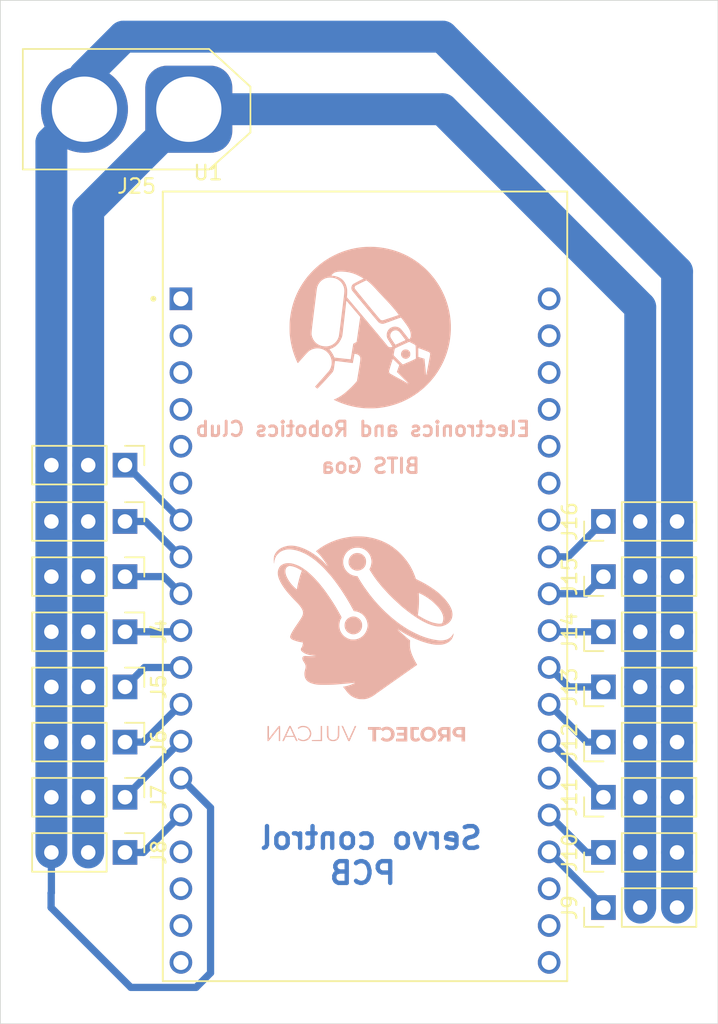
<source format=kicad_pcb>
(kicad_pcb (version 20240108) (generator "pcbnew") (generator_version "8.0")
  (layers (0 "F.Cu" signal) (31 "B.Cu" signal) (34 "B.Paste" user) (35 "F.Paste" user) (36 "B.SilkS" user "B.Silkscreen") (37 "F.SilkS" user "F.Silkscreen") (38 "B.Mask" user) (39 "F.Mask" user) (44 "Edge.Cuts" user))
  (net 0 "")
  (net 1 "s1")
  (net 2 "GND")
  (net 3 "s2")
  (net 4 "s3")
  (net 5 "s4")
  (net 6 "s5")
  (net 7 "s6")
  (net 8 "s7")
  (net 9 "s8")
  (net 10 "s9")
  (net 11 "s10")
  (net 12 "s11")
  (net 13 "s12")
  (net 14 "s13")
  (net 15 "s14")
  (net 16 "s15")
  (net 17 "s16")
  (net 37 "+5V")
  (footprint "Connector_PinHeader_2.54mm:PinHeader_1x03_P2.54mm_Vertical" (layer "F.Cu") (at 155.6 99.8 90)
    (property "Reference" "J13" (at 0 -2.33 90) (layer "F.SilkS"))
    (property "Value" "Conn_01x03_Pin" (hide yes))
    (pad "1" thru_hole rect (at 0 0 90) (size 1.7 1.7) (drill 1) (layers "*.Cu" "*.Mask") (net 14 "s13"))
    (pad "2" thru_hole oval (at 0 2.54 90) (size 1.7 1.7) (drill 1) (layers "*.Cu" "*.Mask") (net 37 "+5V"))
    (pad "3" thru_hole oval (at 0 5.08 90) (size 1.7 1.7) (drill 1) (layers "*.Cu" "*.Mask") (net 2 "GND"))
  )
  (footprint "Connector_PinHeader_2.54mm:PinHeader_1x03_P2.54mm_Vertical" (layer "F.Cu") (at 122.6 92.2 -90)
    (property "Reference" "J3" (hide yes))
    (property "Value" "Conn_01x03_Pin" (hide yes))
    (pad "1" thru_hole rect (at 0 0 270) (size 1.7 1.7) (drill 1) (layers "*.Cu" "*.Mask") (net 4 "s3"))
    (pad "2" thru_hole oval (at 0 2.54 270) (size 1.7 1.7) (drill 1) (layers "*.Cu" "*.Mask") (net 37 "+5V"))
    (pad "3" thru_hole oval (at 0 5.08 270) (size 1.7 1.7) (drill 1) (layers "*.Cu" "*.Mask") (net 2 "GND"))
  )
  (footprint "Connector_PinHeader_2.54mm:PinHeader_1x03_P2.54mm_Vertical" (layer "F.Cu") (at 122.6 103.6 -90)
    (property "Reference" "J6" (at 0 -2.33 90) (layer "F.SilkS"))
    (property "Value" "Conn_01x03_Pin" (hide yes))
    (pad "1" thru_hole rect (at 0 0 270) (size 1.7 1.7) (drill 1) (layers "*.Cu" "*.Mask") (net 7 "s6"))
    (pad "2" thru_hole oval (at 0 2.54 270) (size 1.7 1.7) (drill 1) (layers "*.Cu" "*.Mask") (net 37 "+5V"))
    (pad "3" thru_hole oval (at 0 5.08 270) (size 1.7 1.7) (drill 1) (layers "*.Cu" "*.Mask") (net 2 "GND"))
  )
  (footprint "Connector_PinHeader_2.54mm:PinHeader_1x03_P2.54mm_Vertical" (layer "F.Cu") (at 155.6 107.4 90)
    (property "Reference" "J11" (at 0 -2.33 90) (layer "F.SilkS"))
    (property "Value" "Conn_01x03_Pin" (hide yes))
    (pad "1" thru_hole rect (at 0 0 90) (size 1.7 1.7) (drill 1) (layers "*.Cu" "*.Mask") (net 12 "s11"))
    (pad "2" thru_hole oval (at 0 2.54 90) (size 1.7 1.7) (drill 1) (layers "*.Cu" "*.Mask") (net 37 "+5V"))
    (pad "3" thru_hole oval (at 0 5.08 90) (size 1.7 1.7) (drill 1) (layers "*.Cu" "*.Mask") (net 2 "GND"))
  )
  (footprint "Connector_PinHeader_2.54mm:PinHeader_1x03_P2.54mm_Vertical" (layer "F.Cu") (at 155.6 96 90)
    (property "Reference" "J14" (at 0 -2.33 90) (layer "F.SilkS"))
    (property "Value" "Conn_01x03_Pin" (hide yes))
    (pad "1" thru_hole rect (at 0 0 90) (size 1.7 1.7) (drill 1) (layers "*.Cu" "*.Mask") (net 15 "s14"))
    (pad "2" thru_hole oval (at 0 2.54 90) (size 1.7 1.7) (drill 1) (layers "*.Cu" "*.Mask") (net 37 "+5V"))
    (pad "3" thru_hole oval (at 0 5.08 90) (size 1.7 1.7) (drill 1) (layers "*.Cu" "*.Mask") (net 2 "GND"))
  )
  (footprint "Connector_AMASS:AMASS_XT60-M_1x02_P7.20mm_Vertical" (layer "F.Cu") (at 127 60 180)
    (property "Reference" "J25" (at 3.6 -5.3 0) (layer "F.SilkS"))
    (property "Value" "Conn_01x02_Pin")
    (pad "1" thru_hole roundrect (at 0 0 180) (size 6 6) (drill 4.5) (layers "*.Cu" "*.Mask") (net 37 "+5V"))
    (pad "2" thru_hole circle (at 7.2 0 180) (size 6 6) (drill 4.5) (layers "*.Cu" "*.Mask") (net 2 "GND"))
  )
  (footprint "Connector_PinHeader_2.54mm:PinHeader_1x03_P2.54mm_Vertical" (layer "F.Cu") (at 122.6 84.52 -90)
    (property "Reference" "J1" (hide yes))
    (property "Value" "Conn_01x03_Pin" (hide yes))
    (pad "1" thru_hole rect (at 0 0 270) (size 1.7 1.7) (drill 1) (layers "*.Cu" "*.Mask") (net 1 "s1"))
    (pad "2" thru_hole oval (at 0 2.54 270) (size 1.7 1.7) (drill 1) (layers "*.Cu" "*.Mask") (net 37 "+5V"))
    (pad "3" thru_hole oval (at 0 5.08 270) (size 1.7 1.7) (drill 1) (layers "*.Cu" "*.Mask") (net 2 "GND"))
  )
  (footprint "Connector_PinHeader_2.54mm:PinHeader_1x03_P2.54mm_Vertical" (layer "F.Cu") (at 155.6 111.2 90)
    (property "Reference" "J10" (at 0 -2.33 90) (layer "F.SilkS"))
    (property "Value" "Conn_01x03_Pin" (hide yes))
    (pad "1" thru_hole rect (at 0 0 90) (size 1.7 1.7) (drill 1) (layers "*.Cu" "*.Mask") (net 11 "s10"))
    (pad "2" thru_hole oval (at 0 2.54 90) (size 1.7 1.7) (drill 1) (layers "*.Cu" "*.Mask") (net 37 "+5V"))
    (pad "3" thru_hole oval (at 0 5.08 90) (size 1.7 1.7) (drill 1) (layers "*.Cu" "*.Mask") (net 2 "GND"))
  )
  (footprint "Connector_PinHeader_2.54mm:PinHeader_1x03_P2.54mm_Vertical" (layer "F.Cu") (at 122.6 96 -90)
    (property "Reference" "J4" (at 0 -2.33 90) (layer "F.SilkS"))
    (property "Value" "Conn_01x03_Pin" (hide yes))
    (pad "1" thru_hole rect (at 0 0 270) (size 1.7 1.7) (drill 1) (layers "*.Cu" "*.Mask") (net 5 "s4"))
    (pad "2" thru_hole oval (at 0 2.54 270) (size 1.7 1.7) (drill 1) (layers "*.Cu" "*.Mask") (net 37 "+5V"))
    (pad "3" thru_hole oval (at 0 5.08 270) (size 1.7 1.7) (drill 1) (layers "*.Cu" "*.Mask") (net 2 "GND"))
  )
  (footprint "Connector_PinHeader_2.54mm:PinHeader_1x03_P2.54mm_Vertical" (layer "F.Cu") (at 155.6 88.4 90)
    (property "Reference" "J16" (at 0 -2.33 90) (layer "F.SilkS"))
    (property "Value" "Conn_01x03_Pin" (hide yes))
    (pad "1" thru_hole rect (at 0 0 90) (size 1.7 1.7) (drill 1) (layers "*.Cu" "*.Mask") (net 17 "s16"))
    (pad "2" thru_hole oval (at 0 2.54 90) (size 1.7 1.7) (drill 1) (layers "*.Cu" "*.Mask") (net 37 "+5V"))
    (pad "3" thru_hole oval (at 0 5.08 90) (size 1.7 1.7) (drill 1) (layers "*.Cu" "*.Mask") (net 2 "GND"))
  )
  (footprint "Connector_PinHeader_2.54mm:PinHeader_1x03_P2.54mm_Vertical" (layer "F.Cu") (at 122.6 99.8 -90)
    (property "Reference" "J5" (at 0 -2.33 90) (layer "F.SilkS"))
    (property "Value" "Conn_01x03_Pin" (hide yes))
    (pad "1" thru_hole rect (at 0 0 270) (size 1.7 1.7) (drill 1) (layers "*.Cu" "*.Mask") (net 6 "s5"))
    (pad "2" thru_hole oval (at 0 2.54 270) (size 1.7 1.7) (drill 1) (layers "*.Cu" "*.Mask") (net 37 "+5V"))
    (pad "3" thru_hole oval (at 0 5.08 270) (size 1.7 1.7) (drill 1) (layers "*.Cu" "*.Mask") (net 2 "GND"))
  )
  (footprint "Connector_PinHeader_2.54mm:PinHeader_1x03_P2.54mm_Vertical" (layer "F.Cu") (at 155.6 103.6 90)
    (property "Reference" "J12" (at 0 -2.33 90) (layer "F.SilkS"))
    (property "Value" "Conn_01x03_Pin" (hide yes))
    (pad "1" thru_hole rect (at 0 0 90) (size 1.7 1.7) (drill 1) (layers "*.Cu" "*.Mask") (net 13 "s12"))
    (pad "2" thru_hole oval (at 0 2.54 90) (size 1.7 1.7) (drill 1) (layers "*.Cu" "*.Mask") (net 37 "+5V"))
    (pad "3" thru_hole oval (at 0 5.08 90) (size 1.7 1.7) (drill 1) (layers "*.Cu" "*.Mask") (net 2 "GND"))
  )
  (footprint "Connector_PinHeader_2.54mm:PinHeader_1x03_P2.54mm_Vertical" (layer "F.Cu") (at 155.6 92.2 90)
    (property "Reference" "J15" (at 0 -2.33 90) (layer "F.SilkS"))
    (property "Value" "Conn_01x03_Pin" (hide yes))
    (pad "1" thru_hole rect (at 0 0 90) (size 1.7 1.7) (drill 1) (layers "*.Cu" "*.Mask") (net 16 "s15"))
    (pad "2" thru_hole oval (at 0 2.54 90) (size 1.7 1.7) (drill 1) (layers "*.Cu" "*.Mask") (net 37 "+5V"))
    (pad "3" thru_hole oval (at 0 5.08 90) (size 1.7 1.7) (drill 1) (layers "*.Cu" "*.Mask") (net 2 "GND"))
  )
  (footprint "Connector_PinHeader_2.54mm:PinHeader_1x03_P2.54mm_Vertical" (layer "F.Cu") (at 122.6 107.4 -90)
    (property "Reference" "J7" (at 0 -2.33 90) (layer "F.SilkS"))
    (property "Value" "Conn_01x03_Pin" (hide yes))
    (pad "1" thru_hole rect (at 0 0 270) (size 1.7 1.7) (drill 1) (layers "*.Cu" "*.Mask") (net 8 "s7"))
    (pad "2" thru_hole oval (at 0 2.54 270) (size 1.7 1.7) (drill 1) (layers "*.Cu" "*.Mask") (net 37 "+5V"))
    (pad "3" thru_hole oval (at 0 5.08 270) (size 1.7 1.7) (drill 1) (layers "*.Cu" "*.Mask") (net 2 "GND"))
  )
  (footprint "ESP32-DEVKITC-32D:MODULE_ESP32-DEVKITC-32D" (layer "F.Cu") (at 139.155 92.82)
    (property "Reference" "U1" (at -10.829175 -28.446045 0) (layer "F.SilkS") (effects (font (size 1.000386 1.000386))))
    (property "Value" "ESP32-DEVKITC-32D")
    (pad "J2-1" thru_hole rect (at -12.7 -19.76) (size 1.56 1.56) (drill 1.04) (layers "*.Cu" "*.Mask"))
    (pad "J2-2" thru_hole circle (at -12.7 -17.22) (size 1.56 1.56) (drill 1.04) (layers "*.Cu" "*.Mask"))
    (pad "J2-3" thru_hole circle (at -12.7 -14.68) (size 1.56 1.56) (drill 1.04) (layers "*.Cu" "*.Mask"))
    (pad "J2-4" thru_hole circle (at -12.7 -12.14) (size 1.56 1.56) (drill 1.04) (layers "*.Cu" "*.Mask"))
    (pad "J2-5" thru_hole circle (at -12.7 -9.6) (size 1.56 1.56) (drill 1.04) (layers "*.Cu" "*.Mask"))
    (pad "J2-6" thru_hole circle (at -12.7 -7.06) (size 1.56 1.56) (drill 1.04) (layers "*.Cu" "*.Mask"))
    (pad "J2-7" thru_hole circle (at -12.7 -4.52) (size 1.56 1.56) (drill 1.04) (layers "*.Cu" "*.Mask") (net 1 "s1"))
    (pad "J2-8" thru_hole circle (at -12.7 -1.98) (size 1.56 1.56) (drill 1.04) (layers "*.Cu" "*.Mask") (net 3 "s2"))
    (pad "J2-9" thru_hole circle (at -12.7 0.56) (size 1.56 1.56) (drill 1.04) (layers "*.Cu" "*.Mask") (net 4 "s3"))
    (pad "J2-10" thru_hole circle (at -12.7 3.1) (size 1.56 1.56) (drill 1.04) (layers "*.Cu" "*.Mask") (net 5 "s4"))
    (pad "J2-11" thru_hole circle (at -12.7 5.64) (size 1.56 1.56) (drill 1.04) (layers "*.Cu" "*.Mask") (net 6 "s5"))
    (pad "J2-12" thru_hole circle (at -12.7 8.18) (size 1.56 1.56) (drill 1.04) (layers "*.Cu" "*.Mask") (net 7 "s6"))
    (pad "J2-13" thru_hole circle (at -12.7 10.72) (size 1.56 1.56) (drill 1.04) (layers "*.Cu" "*.Mask") (net 8 "s7"))
    (pad "J2-14" thru_hole circle (at -12.7 13.26) (size 1.56 1.56) (drill 1.04) (layers "*.Cu" "*.Mask") (net 2 "GND"))
    (pad "J2-15" thru_hole circle (at -12.7 15.8) (size 1.56 1.56) (drill 1.04) (layers "*.Cu" "*.Mask") (net 9 "s8"))
    (pad "J2-16" thru_hole circle (at -12.7 18.34) (size 1.56 1.56) (drill 1.04) (layers "*.Cu" "*.Mask"))
    (pad "J2-17" thru_hole circle (at -12.7 20.88) (size 1.56 1.56) (drill 1.04) (layers "*.Cu" "*.Mask"))
    (pad "J2-18" thru_hole circle (at -12.7 23.42) (size 1.56 1.56) (drill 1.04) (layers "*.Cu" "*.Mask"))
    (pad "J2-19" thru_hole circle (at -12.7 25.96) (size 1.56 1.56) (drill 1.04) (layers "*.Cu" "*.Mask"))
    (pad "J3-1" thru_hole circle (at 12.7 -19.76) (size 1.56 1.56) (drill 1.04) (layers "*.Cu" "*.Mask"))
    (pad "J3-2" thru_hole circle (at 12.7 -17.22) (size 1.56 1.56) (drill 1.04) (layers "*.Cu" "*.Mask"))
    (pad "J3-3" thru_hole circle (at 12.7 -14.68) (size 1.56 1.56) (drill 1.04) (layers "*.Cu" "*.Mask"))
    (pad "J3-4" thru_hole circle (at 12.7 -12.14) (size 1.56 1.56) (drill 1.04) (layers "*.Cu" "*.Mask"))
    (pad "J3-5" thru_hole circle (at 12.7 -9.6) (size 1.56 1.56) (drill 1.04) (layers "*.Cu" "*.Mask"))
    (pad "J3-6" thru_hole circle (at 12.7 -7.06) (size 1.56 1.56) (drill 1.04) (layers "*.Cu" "*.Mask"))
    (pad "J3-7" thru_hole circle (at 12.7 -4.52) (size 1.56 1.56) (drill 1.04) (layers "*.Cu" "*.Mask"))
    (pad "J3-8" thru_hole circle (at 12.7 -1.98) (size 1.56 1.56) (drill 1.04) (layers "*.Cu" "*.Mask") (net 17 "s16"))
    (pad "J3-9" thru_hole circle (at 12.7 0.56) (size 1.56 1.56) (drill 1.04) (layers "*.Cu" "*.Mask") (net 16 "s15"))
    (pad "J3-10" thru_hole circle (at 12.7 3.1) (size 1.56 1.56) (drill 1.04) (layers "*.Cu" "*.Mask") (net 15 "s14"))
    (pad "J3-11" thru_hole circle (at 12.7 5.64) (size 1.56 1.56) (drill 1.04) (layers "*.Cu" "*.Mask") (net 14 "s13"))
    (pad "J3-12" thru_hole circle (at 12.7 8.18) (size 1.56 1.56) (drill 1.04) (layers "*.Cu" "*.Mask") (net 13 "s12"))
    (pad "J3-13" thru_hole circle (at 12.7 10.72) (size 1.56 1.56) (drill 1.04) (layers "*.Cu" "*.Mask") (net 12 "s11"))
    (pad "J3-14" thru_hole circle (at 12.7 13.26) (size 1.56 1.56) (drill 1.04) (layers "*.Cu" "*.Mask"))
    (pad "J3-15" thru_hole circle (at 12.7 15.8) (size 1.56 1.56) (drill 1.04) (layers "*.Cu" "*.Mask") (net 11 "s10"))
    (pad "J3-16" thru_hole circle (at 12.7 18.34) (size 1.56 1.56) (drill 1.04) (layers "*.Cu" "*.Mask") (net 10 "s9"))
    (pad "J3-17" thru_hole circle (at 12.7 20.88) (size 1.56 1.56) (drill 1.04) (layers "*.Cu" "*.Mask"))
    (pad "J3-18" thru_hole circle (at 12.7 23.42) (size 1.56 1.56) (drill 1.04) (layers "*.Cu" "*.Mask"))
    (pad "J3-19" thru_hole circle (at 12.7 25.96) (size 1.56 1.56) (drill 1.04) (layers "*.Cu" "*.Mask"))
  )
  (footprint "Connector_PinHeader_2.54mm:PinHeader_1x03_P2.54mm_Vertical" (layer "F.Cu") (at 122.6 88.4 -90)
    (property "Reference" "J2" (hide yes))
    (property "Value" "Conn_01x03_Pin" (hide yes))
    (pad "1" thru_hole rect (at 0 0 270) (size 1.7 1.7) (drill 1) (layers "*.Cu" "*.Mask") (net 3 "s2"))
    (pad "2" thru_hole oval (at 0 2.54 270) (size 1.7 1.7) (drill 1) (layers "*.Cu" "*.Mask") (net 37 "+5V"))
    (pad "3" thru_hole oval (at 0 5.08 270) (size 1.7 1.7) (drill 1) (layers "*.Cu" "*.Mask") (net 2 "GND"))
  )
  (footprint "Connector_PinHeader_2.54mm:PinHeader_1x03_P2.54mm_Vertical" (layer "F.Cu") (at 122.6 111.2 -90)
    (property "Reference" "J8" (at 0 -2.33 90) (layer "F.SilkS"))
    (property "Value" "Conn_01x03_Pin" (hide yes))
    (pad "1" thru_hole rect (at 0 0 270) (size 1.7 1.7) (drill 1) (layers "*.Cu" "*.Mask") (net 9 "s8"))
    (pad "2" thru_hole oval (at 0 2.54 270) (size 1.7 1.7) (drill 1) (layers "*.Cu" "*.Mask") (net 37 "+5V"))
    (pad "3" thru_hole oval (at 0 5.08 270) (size 1.7 1.7) (drill 1) (layers "*.Cu" "*.Mask") (net 2 "GND"))
  )
  (footprint "Connector_PinHeader_2.54mm:PinHeader_1x03_P2.54mm_Vertical" (layer "F.Cu") (at 155.6 115 90)
    (property "Reference" "J9" (at 0 -2.33 90) (layer "F.SilkS"))
    (property "Value" "Conn_01x03_Pin" (hide yes))
    (pad "1" thru_hole rect (at 0 0 90) (size 1.7 1.7) (drill 1) (layers "*.Cu" "*.Mask") (net 10 "s9"))
    (pad "2" thru_hole oval (at 0 2.54 90) (size 1.7 1.7) (drill 1) (layers "*.Cu" "*.Mask") (net 37 "+5V"))
    (pad "3" thru_hole oval (at 0 5.08 90) (size 1.7 1.7) (drill 1) (layers "*.Cu" "*.Mask") (net 2 "GND"))
  )
  (footprint "erc_logo_footprint:erc_logo_15mmx15mm" (layer "B.Cu") (at 140.5 75 180)
    (property "Reference" "G***" (hide yes))
    (property "Value" "LOGO" (hide yes))
    (fp_text user "BITS Goa" (at -2.54 -10.16 0) (layer "B.SilkS") (effects (font (thickness 0.2) (bold yes)) (justify left bottom mirror)))
    (fp_text user "Electronics and Robotics Club" (at -10.16 -7.62 0) (layer "B.SilkS") (effects (font (thickness 0.2) (bold yes)) (justify left bottom mirror)))
  )
  (footprint "vulcan:vulcan20x20" (layer "B.Cu") (at 139 97 180)
    (property "Reference" "G***" (hide yes))
    (property "Value" "LOGO" (hide yes))
  )
  (gr_rect (start 114 52.5) (end 163.5 123) (stroke (width 0.05)) (fill none) (layer "Edge.Cuts"))
  (gr_text "Servo control \nPCB" (at 139 113.5 0) (layer "B.Cu") (effects (font (size 1.5 1.5) (thickness 0.3) (bold yes)) (justify bottom mirror)))
  (segment (start 122.6 84.52) (end 122.675 84.52) (width 0.5) (layer "B.Cu") (net 1))
  (segment (start 122.675 84.52) (end 126.455 88.3) (width 0.5) (layer "B.Cu") (net 1))
  (segment (start 160.68 92.2) (end 160.68 88.4) (width 2.2) (layer "B.Cu") (net 2))
  (segment (start 117.52 84.52) (end 117.52 62.28) (width 2.2) (layer "B.Cu") (net 2))
  (segment (start 117.5 114) (end 117.52 113.98) (width 0.5) (layer "B.Cu") (net 2))
  (segment (start 160.68 96) (end 160.68 92.2) (width 2.2) (layer "B.Cu") (net 2))
  (segment (start 160.68 107.4) (end 160.68 103.6) (width 2.2) (layer "B.Cu") (net 2))
  (segment (start 122.5 55) (end 144.5 55) (width 2.2) (layer "B.Cu") (net 2))
  (segment (start 119.8 57.7) (end 122.5 55) (width 2.2) (layer "B.Cu") (net 2))
  (segment (start 117.52 113.98) (end 117.52 111.2) (width 0.5) (layer "B.Cu") (net 2))
  (segment (start 160.68 115) (end 160.68 111.2) (width 2.2) (layer "B.Cu") (net 2))
  (segment (start 117.52 84.52) (end 117.52 111.2) (width 2.2) (layer "B.Cu") (net 2))
  (segment (start 119.8 60) (end 119.8 57.7) (width 2.2) (layer "B.Cu") (net 2))
  (segment (start 128.5 108.125) (end 128.5 119.5) (width 0.5) (layer "B.Cu") (net 2))
  (segment (start 117.5 115) (end 117.5 114) (width 0.5) (layer "B.Cu") (net 2))
  (segment (start 128.5 119.5) (end 127.5 120.5) (width 0.5) (layer "B.Cu") (net 2))
  (segment (start 117.52 62.28) (end 119.8 60) (width 2.2) (layer "B.Cu") (net 2))
  (segment (start 160.68 71.18) (end 160.68 88.4) (width 2.2) (layer "B.Cu") (net 2))
  (segment (start 144.5 55) (end 160.68 71.18) (width 2.2) (layer "B.Cu") (net 2))
  (segment (start 123 120.5) (end 117.5 115) (width 0.5) (layer "B.Cu") (net 2))
  (segment (start 160.68 111.2) (end 160.68 107.4) (width 2.2) (layer "B.Cu") (net 2))
  (segment (start 127.5 120.5) (end 123 120.5) (width 0.5) (layer "B.Cu") (net 2))
  (segment (start 160.68 99.8) (end 160.68 96) (width 2.2) (layer "B.Cu") (net 2))
  (segment (start 160.68 103.6) (end 160.68 99.8) (width 2.2) (layer "B.Cu") (net 2))
  (segment (start 126.455 106.08) (end 128.5 108.125) (width 0.5) (layer "B.Cu") (net 2))
  (segment (start 122.6 88.4) (end 124.015 88.4) (width 0.5) (layer "B.Cu") (net 3))
  (segment (start 124.015 88.4) (end 126.455 90.84) (width 0.5) (layer "B.Cu") (net 3))
  (segment (start 125.275 92.2) (end 126.455 93.38) (width 0.5) (layer "B.Cu") (net 4))
  (segment (start 122.6 92.2) (end 125.275 92.2) (width 0.5) (layer "B.Cu") (net 4))
  (segment (start 122.6 96) (end 126.375 96) (width 0.5) (layer "B.Cu") (net 5))
  (segment (start 126.375 96) (end 126.455 95.92) (width 0.5) (layer "B.Cu") (net 5))
  (segment (start 123.94 98.46) (end 122.6 99.8) (width 0.5) (layer "B.Cu") (net 6))
  (segment (start 126.455 98.46) (end 123.94 98.46) (width 0.5) (layer "B.Cu") (net 6))
  (segment (start 122.6 103.6) (end 123.855 103.6) (width 0.5) (layer "B.Cu") (net 7))
  (segment (start 123.855 103.6) (end 126.455 101) (width 0.5) (layer "B.Cu") (net 7))
  (segment (start 122.6 107.4) (end 122.6 107.395) (width 0.2) (layer "B.Cu") (net 8))
  (segment (start 122.6 107.395) (end 126.455 103.54) (width 0.5) (layer "B.Cu") (net 8))
  (segment (start 123.875 111.2) (end 126.455 108.62) (width 0.5) (layer "B.Cu") (net 9))
  (segment (start 122.6 111.2) (end 123.875 111.2) (width 0.5) (layer "B.Cu") (net 9))
  (segment (start 155.6 114.905) (end 155.6 115) (width 0.5) (layer "B.Cu") (net 10))
  (segment (start 151.855 111.16) (end 155.6 114.905) (width 0.5) (layer "B.Cu") (net 10))
  (segment (start 155.6 111.2) (end 154.435 111.2) (width 0.5) (layer "B.Cu") (net 11))
  (segment (start 154.435 111.2) (end 151.855 108.62) (width 0.5) (layer "B.Cu") (net 11))
  (segment (start 151.855 103.54) (end 155.6 107.285) (width 0.5) (layer "B.Cu") (net 12))
  (segment (start 155.6 107.285) (end 155.6 107.4) (width 0.5) (layer "B.Cu") (net 12))
  (segment (start 155.6 103.6) (end 154.455 103.6) (width 0.5) (layer "B.Cu") (net 13))
  (segment (start 154.455 103.6) (end 151.855 101) (width 0.5) (layer "B.Cu") (net 13))
  (segment (start 155.6 99.8) (end 153.195 99.8) (width 0.5) (layer "B.Cu") (net 14))
  (segment (start 153.195 99.8) (end 151.855 98.46) (width 0.5) (layer "B.Cu") (net 14))
  (segment (start 155.6 96) (end 151.935 96) (width 0.5) (layer "B.Cu") (net 15))
  (segment (start 151.935 96) (end 151.855 95.92) (width 0.5) (layer "B.Cu") (net 15))
  (segment (start 151.855 93.38) (end 154.42 93.38) (width 0.5) (layer "B.Cu") (net 16))
  (segment (start 154.42 93.38) (end 155.6 92.2) (width 0.5) (layer "B.Cu") (net 16))
  (segment (start 151.855 90.84) (end 153.16 90.84) (width 0.5) (layer "B.Cu") (net 17))
  (segment (start 153.16 90.84) (end 155.6 88.4) (width 0.5) (layer "B.Cu") (net 17))
  (segment (start 120.06 99.8) (end 120.06 96) (width 2.2) (layer "B.Cu") (net 37))
  (segment (start 120.06 107.4) (end 120.06 103.6) (width 2.2) (layer "B.Cu") (net 37))
  (segment (start 120.06 88.4) (end 120.06 84.52) (width 2.2) (layer "B.Cu") (net 37))
  (segment (start 144.5 60) (end 158.14 73.64) (width 2.2) (layer "B.Cu") (net 37))
  (segment (start 158.14 111.2) (end 158.14 115) (width 2.2) (layer "B.Cu") (net 37))
  (segment (start 120.06 111.2) (end 120.06 107.4) (width 2.2) (layer "B.Cu") (net 37))
  (segment (start 158.14 107.4) (end 158.14 111.2) (width 2.2) (layer "B.Cu") (net 37))
  (segment (start 120.06 96) (end 120.06 92.2) (width 2.2) (layer "B.Cu") (net 37))
  (segment (start 158.14 96) (end 158.14 99.8) (width 2.2) (layer "B.Cu") (net 37))
  (segment (start 127 60) (end 144.5 60) (width 2.2) (layer "B.Cu") (net 37))
  (segment (start 158.14 88.4) (end 158.14 92.2) (width 2.2) (layer "B.Cu") (net 37))
  (segment (start 158.14 92.2) (end 158.14 96) (width 2.2) (layer "B.Cu") (net 37))
  (segment (start 120.06 103.6) (end 120.06 99.8) (width 2.2) (layer "B.Cu") (net 37))
  (segment (start 120.06 66.94) (end 127 60) (width 2.2) (layer "B.Cu") (net 37))
  (segment (start 120.06 84.52) (end 120.06 66.94) (width 2.2) (layer "B.Cu") (net 37))
  (segment (start 158.14 99.8) (end 158.14 103.6) (width 2.2) (layer "B.Cu") (net 37))
  (segment (start 158.14 103.6) (end 158.14 107.4) (width 2.2) (layer "B.Cu") (net 37))
  (segment (start 120.06 92.2) (end 120.06 88.4) (width 2.2) (layer "B.Cu") (net 37))
  (segment (start 158.14 73.64) (end 158.14 88.4) (width 2.2) (layer "B.Cu") (net 37))
)
</source>
